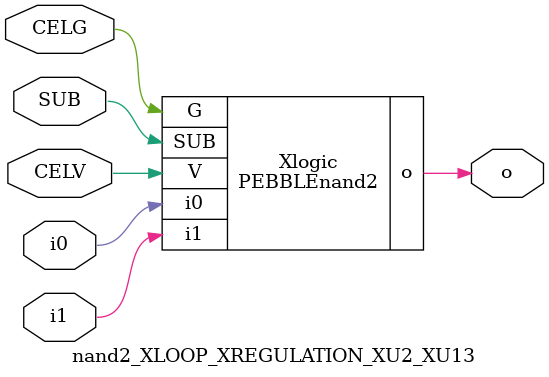
<source format=v>



module PEBBLEnand2 ( o, G, SUB, V, i0, i1 );

  input i0;
  input V;
  input i1;
  input G;
  output o;
  input SUB;
endmodule

//Celera Confidential Do Not Copy nand2_XLOOP_XREGULATION_XU2_XU13
//Celera Confidential Symbol Generator
//5V NAND2
module nand2_XLOOP_XREGULATION_XU2_XU13 (CELV,CELG,i0,i1,o,SUB);
input CELV;
input CELG;
input i0;
input i1;
input SUB;
output o;

//Celera Confidential Do Not Copy nand2
PEBBLEnand2 Xlogic(
.V (CELV),
.i0 (i0),
.i1 (i1),
.o (o),
.SUB (SUB),
.G (CELG)
);
//,diesize,PEBBLEnand2

//Celera Confidential Do Not Copy Module End
//Celera Schematic Generator
endmodule

</source>
